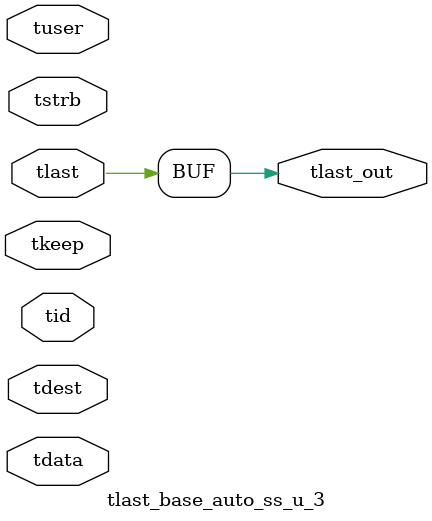
<source format=v>


`timescale 1ps/1ps

module tlast_base_auto_ss_u_3 #
(
parameter C_S_AXIS_TID_WIDTH   = 1,
parameter C_S_AXIS_TUSER_WIDTH = 0,
parameter C_S_AXIS_TDATA_WIDTH = 0,
parameter C_S_AXIS_TDEST_WIDTH = 0
)
(
input  [(C_S_AXIS_TID_WIDTH   == 0 ? 1 : C_S_AXIS_TID_WIDTH)-1:0       ] tid,
input  [(C_S_AXIS_TDATA_WIDTH == 0 ? 1 : C_S_AXIS_TDATA_WIDTH)-1:0     ] tdata,
input  [(C_S_AXIS_TUSER_WIDTH == 0 ? 1 : C_S_AXIS_TUSER_WIDTH)-1:0     ] tuser,
input  [(C_S_AXIS_TDEST_WIDTH == 0 ? 1 : C_S_AXIS_TDEST_WIDTH)-1:0     ] tdest,
input  [(C_S_AXIS_TDATA_WIDTH/8)-1:0 ] tkeep,
input  [(C_S_AXIS_TDATA_WIDTH/8)-1:0 ] tstrb,
input  [0:0]                                                             tlast,
output                                                                   tlast_out
);

assign tlast_out = {tlast};

endmodule


</source>
